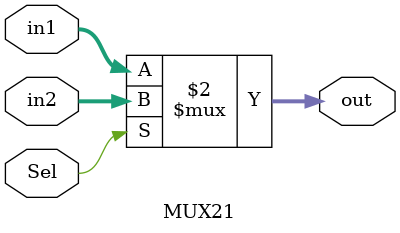
<source format=v>
module MUX21
    #(parameter WIDTH = 32)
    (input wire Sel,
    input wire [WIDTH-1:0] in1, in2,
    output wire [WIDTH-1:0] out);

    assign out = (Sel == 0)? in1: in2;

endmodule

</source>
